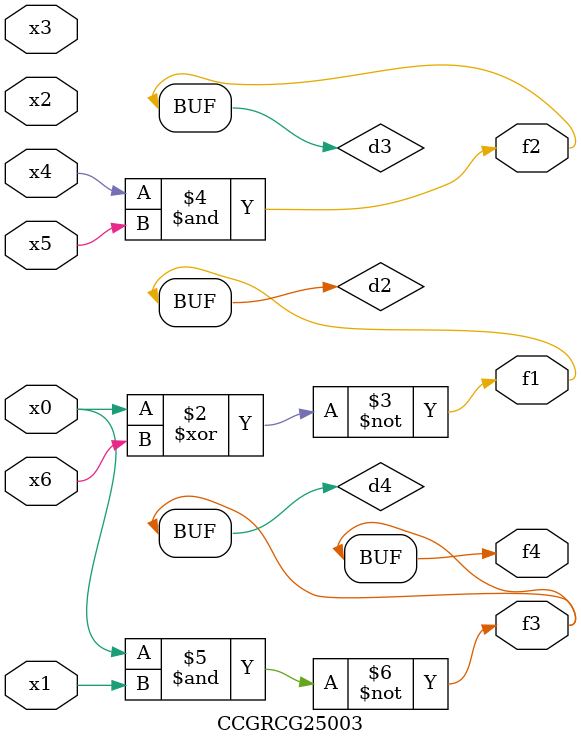
<source format=v>
module CCGRCG25003(
	input x0, x1, x2, x3, x4, x5, x6,
	output f1, f2, f3, f4
);

	wire d1, d2, d3, d4;

	nor (d1, x0);
	xnor (d2, x0, x6);
	and (d3, x4, x5);
	nand (d4, x0, x1);
	assign f1 = d2;
	assign f2 = d3;
	assign f3 = d4;
	assign f4 = d4;
endmodule

</source>
